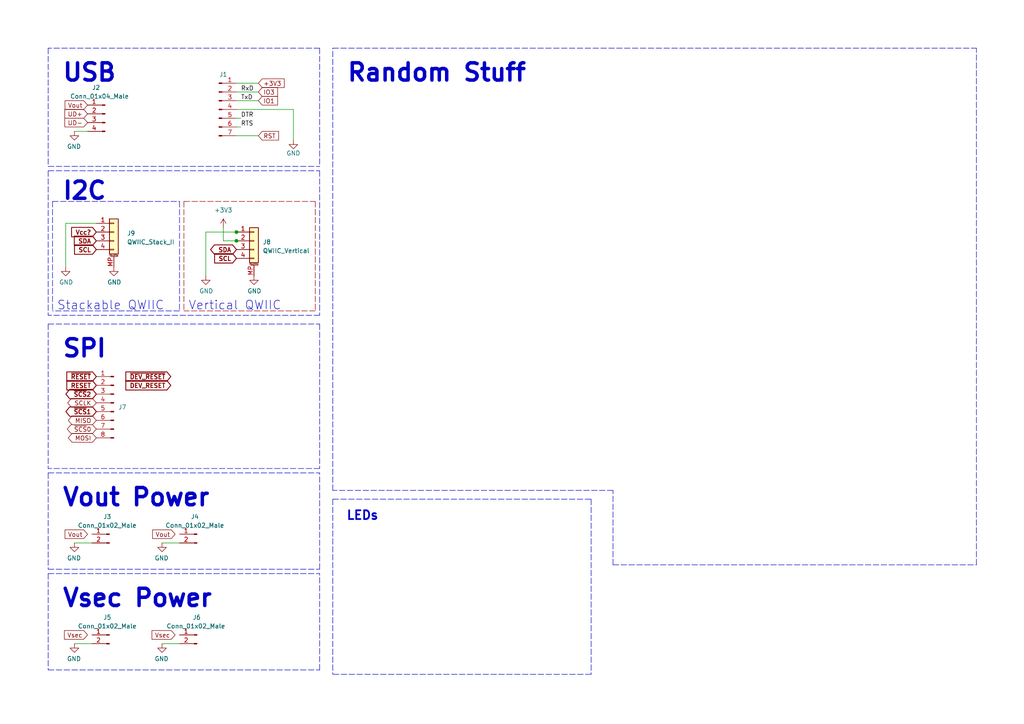
<source format=kicad_sch>
(kicad_sch (version 20211123) (generator eeschema)
  (paper "A4")
  (title_block (title "Prototype Board") (rev "0.2.2") (company "The Nerd Mage"))
  (lib_symbols
    (symbol "Connector:Conn_01x02_Male" (pin_names (offset 1.016) hide)
      (property "Reference" "J" (at 0 2.54 0))
      (property "Value" "Conn_01x02_Male" (at 0 -5.08 0))
      (symbol "Conn_01x02_Male_1_1"
        (polyline (pts (xy 1.27 -2.54) (xy 0.8636 -2.54)) (stroke (width 0.1524)))
        (polyline (pts (xy 1.27 0) (xy 0.8636 0)) (stroke (width 0.1524)))
        (rectangle (start 0.8636 -2.413) (end 0 -2.667) (stroke (width 0.1524)) (fill (type outline)))
        (rectangle (start 0.8636 0.127) (end 0 -0.127) (stroke (width 0.1524)) (fill (type outline)))
        (pin passive line (at 5.08 0 180) (length 3.81) (name "Pin_1") (number "1"))
        (pin passive line (at 5.08 -2.54 180) (length 3.81) (name "Pin_2") (number "2"))
      )
    )
    (symbol "Connector:Conn_01x04_Male" (pin_names (offset 1.016) hide)
      (property "Reference" "J" (at 0 5.08 0))
      (property "Value" "Conn_01x04_Male" (at 0 -7.62 0))
      (symbol "Conn_01x04_Male_1_1"
        (polyline (pts (xy 1.27 -5.08) (xy 0.8636 -5.08)) (stroke (width 0.1524)))
        (polyline (pts (xy 1.27 -2.54) (xy 0.8636 -2.54)) (stroke (width 0.1524)))
        (polyline (pts (xy 1.27 0) (xy 0.8636 0)) (stroke (width 0.1524)))
        (polyline (pts (xy 1.27 2.54) (xy 0.8636 2.54)) (stroke (width 0.1524)))
        (rectangle (start 0.8636 -4.953) (end 0 -5.207) (stroke (width 0.1524)) (fill (type outline)))
        (rectangle (start 0.8636 -2.413) (end 0 -2.667) (stroke (width 0.1524)) (fill (type outline)))
        (rectangle (start 0.8636 0.127) (end 0 -0.127) (stroke (width 0.1524)) (fill (type outline)))
        (rectangle (start 0.8636 2.667) (end 0 2.413) (stroke (width 0.1524)) (fill (type outline)))
        (pin passive line (at 5.08 2.54 180) (length 3.81) (name "Pin_1") (number "1"))
        (pin passive line (at 5.08 0 180) (length 3.81) (name "Pin_2") (number "2"))
        (pin passive line (at 5.08 -2.54 180) (length 3.81) (name "Pin_3") (number "3"))
        (pin passive line (at 5.08 -5.08 180) (length 3.81) (name "Pin_4") (number "4"))
      )
    )
    (symbol "Connector:Conn_01x07_Male" (pin_names (offset 1.016) hide)
      (property "Reference" "J" (at 0 10.16 0))
      (property "Value" "Conn_01x07_Male" (at 0 -10.16 0))
      (symbol "Conn_01x07_Male_1_1"
        (polyline (pts (xy 1.27 -7.62) (xy 0.8636 -7.62)) (stroke (width 0.1524)))
        (polyline (pts (xy 1.27 -5.08) (xy 0.8636 -5.08)) (stroke (width 0.1524)))
        (polyline (pts (xy 1.27 -2.54) (xy 0.8636 -2.54)) (stroke (width 0.1524)))
        (polyline (pts (xy 1.27 0) (xy 0.8636 0)) (stroke (width 0.1524)))
        (polyline (pts (xy 1.27 2.54) (xy 0.8636 2.54)) (stroke (width 0.1524)))
        (polyline (pts (xy 1.27 5.08) (xy 0.8636 5.08)) (stroke (width 0.1524)))
        (polyline (pts (xy 1.27 7.62) (xy 0.8636 7.62)) (stroke (width 0.1524)))
        (rectangle (start 0.8636 -7.493) (end 0 -7.747) (stroke (width 0.1524)) (fill (type outline)))
        (rectangle (start 0.8636 -4.953) (end 0 -5.207) (stroke (width 0.1524)) (fill (type outline)))
        (rectangle (start 0.8636 -2.413) (end 0 -2.667) (stroke (width 0.1524)) (fill (type outline)))
        (rectangle (start 0.8636 0.127) (end 0 -0.127) (stroke (width 0.1524)) (fill (type outline)))
        (rectangle (start 0.8636 2.667) (end 0 2.413) (stroke (width 0.1524)) (fill (type outline)))
        (rectangle (start 0.8636 5.207) (end 0 4.953) (stroke (width 0.1524)) (fill (type outline)))
        (rectangle (start 0.8636 7.747) (end 0 7.493) (stroke (width 0.1524)) (fill (type outline)))
        (pin passive line (at 5.08 7.62 180) (length 3.81) (name "Pin_1") (number "1"))
        (pin passive line (at 5.08 5.08 180) (length 3.81) (name "Pin_2") (number "2"))
        (pin passive line (at 5.08 2.54 180) (length 3.81) (name "Pin_3") (number "3"))
        (pin passive line (at 5.08 0 180) (length 3.81) (name "Pin_4") (number "4"))
        (pin passive line (at 5.08 -2.54 180) (length 3.81) (name "Pin_5") (number "5"))
        (pin passive line (at 5.08 -5.08 180) (length 3.81) (name "Pin_6") (number "6"))
        (pin passive line (at 5.08 -7.62 180) (length 3.81) (name "Pin_7") (number "7"))
      )
    )
    (symbol "Connector:Conn_01x08_Male" (pin_names (offset 1.016) hide)
      (property "Reference" "J" (at 0 10.16 0))
      (property "Value" "Conn_01x08_Male" (at 0 -12.7 0))
      (symbol "Conn_01x08_Male_1_1"
        (polyline (pts (xy 1.27 -10.16) (xy 0.8636 -10.16)) (stroke (width 0.1524)))
        (polyline (pts (xy 1.27 -7.62) (xy 0.8636 -7.62)) (stroke (width 0.1524)))
        (polyline (pts (xy 1.27 -5.08) (xy 0.8636 -5.08)) (stroke (width 0.1524)))
        (polyline (pts (xy 1.27 -2.54) (xy 0.8636 -2.54)) (stroke (width 0.1524)))
        (polyline (pts (xy 1.27 0) (xy 0.8636 0)) (stroke (width 0.1524)))
        (polyline (pts (xy 1.27 2.54) (xy 0.8636 2.54)) (stroke (width 0.1524)))
        (polyline (pts (xy 1.27 5.08) (xy 0.8636 5.08)) (stroke (width 0.1524)))
        (polyline (pts (xy 1.27 7.62) (xy 0.8636 7.62)) (stroke (width 0.1524)))
        (rectangle (start 0.8636 -10.033) (end 0 -10.287) (stroke (width 0.1524)) (fill (type outline)))
        (rectangle (start 0.8636 -7.493) (end 0 -7.747) (stroke (width 0.1524)) (fill (type outline)))
        (rectangle (start 0.8636 -4.953) (end 0 -5.207) (stroke (width 0.1524)) (fill (type outline)))
        (rectangle (start 0.8636 -2.413) (end 0 -2.667) (stroke (width 0.1524)) (fill (type outline)))
        (rectangle (start 0.8636 0.127) (end 0 -0.127) (stroke (width 0.1524)) (fill (type outline)))
        (rectangle (start 0.8636 2.667) (end 0 2.413) (stroke (width 0.1524)) (fill (type outline)))
        (rectangle (start 0.8636 5.207) (end 0 4.953) (stroke (width 0.1524)) (fill (type outline)))
        (rectangle (start 0.8636 7.747) (end 0 7.493) (stroke (width 0.1524)) (fill (type outline)))
        (pin passive line (at 5.08 7.62 180) (length 3.81) (name "Pin_1") (number "1"))
        (pin passive line (at 5.08 5.08 180) (length 3.81) (name "Pin_2") (number "2"))
        (pin passive line (at 5.08 2.54 180) (length 3.81) (name "Pin_3") (number "3"))
        (pin passive line (at 5.08 0 180) (length 3.81) (name "Pin_4") (number "4"))
        (pin passive line (at 5.08 -2.54 180) (length 3.81) (name "Pin_5") (number "5"))
        (pin passive line (at 5.08 -5.08 180) (length 3.81) (name "Pin_6") (number "6"))
        (pin passive line (at 5.08 -7.62 180) (length 3.81) (name "Pin_7") (number "7"))
        (pin passive line (at 5.08 -10.16 180) (length 3.81) (name "Pin_8") (number "8"))
      )
    )
    (symbol "Connector_Generic_MountingPin:Conn_01x04_MountingPin" (pin_names (offset 1.016) hide)
      (property "Reference" "J" (at 0 5.08 0))
      (property "Value" "Conn_01x04_MountingPin" (at 1.27 -7.62 0))
      (symbol "Conn_01x04_MountingPin_1_1"
        (rectangle (start -1.27 -4.953) (end 0 -5.207) (stroke (width 0.1524)))
        (rectangle (start -1.27 -2.413) (end 0 -2.667) (stroke (width 0.1524)))
        (rectangle (start -1.27 0.127) (end 0 -0.127) (stroke (width 0.1524)))
        (rectangle (start -1.27 2.667) (end 0 2.413) (stroke (width 0.1524)))
        (rectangle (start -1.27 3.81) (end 1.27 -6.35) (stroke (width 0.254)) (fill (type background)))
        (polyline (pts (xy -1.016 -7.112) (xy 1.016 -7.112)) (stroke (width 0.1524)))
        (text "Mounting" (at 0 -6.731 0) (effects (font (size 0.381 0.381))))
        (pin passive line (at -5.08 2.54 0) (length 3.81) (name "Pin_1") (number "1"))
        (pin passive line (at -5.08 0 0) (length 3.81) (name "Pin_2") (number "2"))
        (pin passive line (at -5.08 -2.54 0) (length 3.81) (name "Pin_3") (number "3"))
        (pin passive line (at -5.08 -5.08 0) (length 3.81) (name "Pin_4") (number "4"))
        (pin passive line (at 0 -10.16 90) (length 3.048) (name "MountPin") (number "MP"))
      )
    )
    (symbol "Connector_QWIIC_Stackable:QWIIC_Stackable" (pin_names (offset 1.016) hide)
      (property "Reference" "J" (at 0 5.08 0))
      (property "Value" "QWIIC_Stackable" (at 1.27 -7.62 0))
      (symbol "QWIIC_Stackable_1_1"
        (rectangle (start -1.27 -4.953) (end 0 -5.207) (stroke (width 0.1524)))
        (rectangle (start -1.27 -2.413) (end 0 -2.667) (stroke (width 0.1524)))
        (rectangle (start -1.27 0.127) (end 0 -0.127) (stroke (width 0.1524)))
        (rectangle (start -1.27 2.667) (end 0 2.413) (stroke (width 0.1524)))
        (rectangle (start -1.27 3.81) (end 1.27 -6.35) (stroke (width 0.254)) (fill (type background)))
        (polyline (pts (xy -1.016 -7.112) (xy 1.016 -7.112)) (stroke (width 0.1524)))
        (text "Mounting" (at 0 -6.731 0) (effects (font (size 0.381 0.381))))
        (pin passive line (at -5.08 2.54 0) (length 3.81) (name "Pin_1") (number "1"))
        (pin passive line (at -5.08 0 0) (length 3.81) (name "Pin_2") (number "2"))
        (pin passive line (at -5.08 -2.54 0) (length 3.81) (name "Pin_3") (number "3"))
        (pin passive line (at -5.08 -5.08 0) (length 3.81) (name "Pin_4") (number "4"))
        (pin passive line (at 0 -10.16 90) (length 3.048) (name "MountPin") (number "MP"))
      )
    )
    (symbol "power:+3.3V" (power) (pin_names (offset 0))
      (property "Value" "+3.3V" (at 0 3.556 0))
      (symbol "+3.3V_0_1"
        (polyline (pts (xy -0.762 1.27) (xy 0 2.54)))
        (polyline (pts (xy 0 0) (xy 0 2.54)))
        (polyline (pts (xy 0 2.54) (xy 0.762 1.27)))
      )
      (symbol "+3.3V_1_1"
        (pin power_in line (at 0 0 90) (length 0) hide (name "+3V3") (number "1"))
      )
    )
    (symbol "power:GND" (power) (pin_names (offset 0))
      (property "Value" "GND" (at 0 -3.81 0))
      (symbol "GND_0_1"
        (polyline (pts (xy 0 0) (xy 0 -1.27) (xy 1.27 -1.27) (xy 0 -2.54) (xy -1.27 -1.27) (xy 0 -1.27)))
      )
      (symbol "GND_1_1"
        (pin power_in line (at 0 0 270) (length 0) hide (name "GND") (number "1"))
      )
    )
  )
  (junction (at 68.58 69.85))
  (junction (at 68.58 67.31))
  (polyline (pts (xy 15.24 58.42) (xy 15.24 90.17)))
  (polyline (pts (xy 13.97 137.16) (xy 13.97 165.1)))
  (polyline (pts (xy 92.71 13.97) (xy 92.71 48.26)))
  (polyline (pts (xy 92.71 165.1) (xy 92.71 137.16)))
  (polyline (pts (xy -85.09 58.42) (xy -48.26 58.42)))
  (polyline (pts (xy -8.89 58.42) (xy -8.89 90.17)) (stroke (width 0) (color 155 0 0 1)))
  (polyline (pts (xy 96.52 144.78) (xy 171.45 144.78)))
  (polyline (pts (xy 13.97 48.26) (xy 92.71 48.26)))
  (wire (pts (xy 68.58 24.13) (xy 74.93 24.13)))
  (wire (pts (xy 68.58 69.85) (xy 68.5251 69.8684)))
  (polyline (pts (xy 92.71 93.98) (xy 92.71 135.89)))
  (polyline (pts (xy 96.52 144.78) (xy 96.52 195.58)))
  (polyline (pts (xy 91.44 58.42) (xy 91.44 90.17)) (stroke (width 0) (color 155 0 0 1)))
  (polyline (pts (xy 53.34 58.42) (xy 53.34 90.17)) (stroke (width 0) (color 155 0 0 1)))
  (polyline (pts (xy -7.62 135.89) (xy -86.36 135.89)))
  (polyline (pts (xy -48.26 90.17) (xy -85.09 90.17)))
  (polyline (pts (xy -8.89 90.17) (xy -46.99 90.17)) (stroke (width 0) (color 155 0 0 1)))
  (wire (pts (xy 64.77 69.85) (xy 64.77 66.04)))
  (polyline (pts (xy -7.62 13.97) (xy -7.62 48.26)))
  (wire (pts (xy 68.58 29.21) (xy 74.93 29.21)))
  (polyline (pts (xy -86.36 137.16) (xy -86.36 165.1)))
  (polyline (pts (xy 92.71 194.31) (xy 92.71 166.37)))
  (wire (pts (xy 27.94 64.77) (xy 19.05 64.77)))
  (polyline (pts (xy -46.99 58.42) (xy -46.99 90.17)) (stroke (width 0) (color 155 0 0 1)))
  (polyline (pts (xy 13.97 49.53) (xy 13.97 91.44)))
  (polyline (pts (xy 91.44 90.17) (xy 53.34 90.17)) (stroke (width 0) (color 155 0 0 1)))
  (polyline (pts (xy 13.97 137.16) (xy 92.71 137.16)))
  (polyline (pts (xy 92.71 13.97) (xy 13.97 13.97)))
  (polyline (pts (xy 53.34 58.42) (xy 91.44 58.42)) (stroke (width 0) (color 155 0 0 1)))
  (polyline (pts (xy -85.09 58.42) (xy -85.09 90.17)))
  (polyline (pts (xy 13.97 194.31) (xy 92.71 194.31)))
  (polyline (pts (xy 171.45 195.58) (xy 96.52 195.58)))
  (wire (pts (xy 25.4 38.1) (xy 21.59 38.1)))
  (polyline (pts (xy -7.62 165.1) (xy -7.62 137.16)))
  (polyline (pts (xy -7.62 49.53) (xy -7.62 91.44)))
  (polyline (pts (xy 96.52 142.24) (xy 96.52 13.97)))
  (polyline (pts (xy 13.97 166.37) (xy 92.71 166.37)))
  (polyline (pts (xy -86.36 137.16) (xy -7.62 137.16)))
  (polyline (pts (xy 15.24 58.42) (xy 52.07 58.42)))
  (polyline (pts (xy 13.97 165.1) (xy 92.71 165.1)))
  (polyline (pts (xy -7.62 13.97) (xy -86.36 13.97)))
  (polyline (pts (xy -46.99 58.42) (xy -8.89 58.42)) (stroke (width 0) (color 155 0 0 1)))
  (polyline (pts (xy -86.36 13.97) (xy -86.36 48.26)))
  (wire (pts (xy 68.58 39.37) (xy 74.93 39.37)))
  (polyline (pts (xy 96.52 13.97) (xy 283.21 13.97)))
  (polyline (pts (xy 177.8 142.24) (xy 96.52 142.24)))
  (polyline (pts (xy -7.62 194.31) (xy -7.62 166.37)))
  (wire (pts (xy 85.09 31.75) (xy 68.58 31.75)))
  (polyline (pts (xy 13.97 49.53) (xy 92.71 49.53)))
  (wire (pts (xy 46.99 157.48) (xy 52.07 157.48)))
  (wire (pts (xy 68.58 69.85) (xy 64.77 69.85)))
  (polyline (pts (xy -86.36 194.31) (xy -7.62 194.31)))
  (polyline (pts (xy 92.71 49.53) (xy 92.71 91.44)))
  (wire (pts (xy 21.59 157.48) (xy 26.67 157.48)))
  (polyline (pts (xy -86.36 48.26) (xy -7.62 48.26)))
  (wire (pts (xy 68.58 36.83) (xy 69.85 36.83)))
  (polyline (pts (xy 177.8 163.83) (xy 177.8 142.24)))
  (polyline (pts (xy -86.36 49.53) (xy -7.62 49.53)))
  (wire (pts (xy 68.58 26.67) (xy 74.93 26.67)))
  (polyline (pts (xy 13.97 93.98) (xy 13.97 135.89)))
  (wire (pts (xy 68.58 67.31) (xy 68.5251 67.3284)))
  (wire (pts (xy 59.69 67.31) (xy 59.69 80.01)))
  (wire (pts (xy 46.99 186.69) (xy 52.07 186.69)))
  (polyline (pts (xy 52.07 58.42) (xy 52.07 90.17)))
  (polyline (pts (xy -7.62 91.44) (xy -86.36 91.44)))
  (polyline (pts (xy 13.97 13.97) (xy 13.97 48.26)))
  (polyline (pts (xy -86.36 49.53) (xy -86.36 91.44)))
  (polyline (pts (xy 92.71 135.89) (xy 13.97 135.89)))
  (polyline (pts (xy -7.62 93.98) (xy -7.62 135.89)))
  (wire (pts (xy 85.09 40.64) (xy 85.09 31.75)))
  (wire (pts (xy 68.58 67.31) (xy 59.69 67.31)))
  (polyline (pts (xy 177.8 163.83) (xy 283.21 163.83)))
  (polyline (pts (xy 52.07 90.17) (xy 15.24 90.17)))
  (wire (pts (xy 19.05 64.77) (xy 19.05 77.47)))
  (polyline (pts (xy 13.97 166.37) (xy 13.97 194.31)))
  (polyline (pts (xy -86.36 93.98) (xy -7.62 93.98)))
  (polyline (pts (xy -86.36 166.37) (xy -7.62 166.37)))
  (polyline (pts (xy 171.45 144.78) (xy 171.45 195.58)))
  (polyline (pts (xy -86.36 165.1) (xy -7.62 165.1)))
  (polyline (pts (xy -48.26 58.42) (xy -48.26 90.17)))
  (wire (pts (xy 68.58 34.29) (xy 69.85 34.29)))
  (polyline (pts (xy 92.71 91.44) (xy 13.97 91.44)))
  (polyline (pts (xy 283.21 163.83) (xy 283.21 13.97)))
  (polyline (pts (xy 13.97 93.98) (xy 92.71 93.98)))
  (polyline (pts (xy -86.36 166.37) (xy -86.36 194.31)))
  (wire (pts (xy 21.59 186.69) (xy 26.67 186.69)))
  (polyline (pts (xy -86.36 93.98) (xy -86.36 135.89)))
  (text "SPI" (at -82.55 104.14 0) (effects (font (size 5 5) (thickness 1) bold) (justify left bottom)))
  (text "USB" (at 17.78 24.13 0) (effects (font (size 5 5) (thickness 1) bold) (justify left bottom)))
  (text "Vertical QWIIC" (at -45.72 90.17 0) (effects (font (size 2.54 2.54)) (justify left bottom)))
  (text "Vsec Power" (at -82.55 176.53 0) (effects (font (size 5 5) (thickness 1) bold) (justify left bottom)))
  (text "Vsec Power" (at 17.78 176.53 0) (effects (font (size 5 5) (thickness 1) bold) (justify left bottom)))
  (text "Vout Power" (at 17.78 147.32 0) (effects (font (size 5 5) (thickness 1) bold) (justify left bottom)))
  (text "I2C" (at 17.78 58.42 0) (effects (font (size 5 5) (thickness 1) bold) (justify left bottom)))
  (text "Stackable QWIIC" (at 16.51 90.17 0) (effects (font (size 2.54 2.54)) (justify left bottom)))
  (text "Vertical QWIIC" (at 54.61 90.17 0) (effects (font (size 2.54 2.54)) (justify left bottom)))
  (text "Vout Power" (at -82.55 147.32 0) (effects (font (size 5 5) (thickness 1) bold) (justify left bottom)))
  (text "Stackable QWIIC" (at -83.82 90.17 0) (effects (font (size 2.54 2.54)) (justify left bottom)))
  (text "I2C" (at -82.55 58.42 0) (effects (font (size 5 5) (thickness 1) bold) (justify left bottom)))
  (text "Random Stuff" (at 100.33 24.13 0) (effects (font (size 5 5) (thickness 1) bold) (justify left bottom)))
  (text "USB" (at -82.55 24.13 0) (effects (font (size 5 5) (thickness 1) bold) (justify left bottom)))
  (text "SPI" (at 17.78 104.14 0) (effects (font (size 5 5) (thickness 1) bold) (justify left bottom)))
  (text "LEDs" (at 100.33 151.13 180) (effects (font (size 2.54 2.54) (thickness 0.508) bold) (justify left bottom)))
  (label "TxD" (at 69.85 29.21 0))
  (label "DTR" (at 69.85 34.29 0))
  (label "RTS" (at 69.85 36.83 0))
  (label "RxD" (at 69.85 26.67 0))
  (global_label "~{DEV_RESET}" (shape input) (at 49.53 109.22 180) (effects (font (thickness 0.254) bold)) (property "Intersheet References" "${INTERSHEET_REFS}" (effects hide)))
  (global_label "DEV_RESET" (shape input) (at 49.53 111.76 180) (effects (font (thickness 0.254) bold)) (property "Intersheet References" "${INTERSHEET_REFS}" (effects hide)))
  (global_label "Vcc?" (shape input) (at 27.94 67.31 180) (effects (font (thickness 0.254) bold)) (property "Intersheet References" "${INTERSHEET_REFS}" (effects hide)))
  (global_label "Vout" (shape input) (at 25.4 30.48 180) (property "Intersheet References" "${INTERSHEET_REFS}" (effects hide)))
  (global_label "~{SCS}0" (shape bidirectional) (at 27.94 124.46 180) (property "Intersheet References" "${INTERSHEET_REFS}" (effects hide)))
  (global_label "Vout" (shape input) (at 25.4 154.94 180) (property "Intersheet References" "${INTERSHEET_REFS}" (effects hide)))
  (global_label "MOSI" (shape bidirectional) (at 27.94 127 180) (property "Intersheet References" "${INTERSHEET_REFS}" (effects hide)))
  (global_label "IO3" (shape input) (at 74.93 26.67 0) (property "Intersheet References" "${INTERSHEET_REFS}" (effects hide)))
  (global_label "Vout" (shape input) (at 50.8 154.94 180) (property "Intersheet References" "${INTERSHEET_REFS}" (effects hide)))
  (global_label "Vsec" (shape input) (at 25.4 184.15 180) (property "Intersheet References" "${INTERSHEET_REFS}" (effects hide)))
  (global_label "IO1" (shape input) (at 74.93 29.21 0) (property "Intersheet References" "${INTERSHEET_REFS}" (effects hide)))
  (global_label "UD-" (shape input) (at 25.4 35.56 180) (property "Intersheet References" "${INTERSHEET_REFS}" (effects hide)))
  (global_label "~{RESET}" (shape input) (at 27.94 109.22 180) (effects (font (thickness 0.254) bold)) (property "Intersheet References" "${INTERSHEET_REFS}" (effects hide)))
  (global_label "SCLK" (shape bidirectional) (at 27.94 116.84 180) (property "Intersheet References" "${INTERSHEET_REFS}" (effects hide)))
  (global_label "SDA" (shape input) (at 27.94 69.85 180) (effects (font bold)) (property "Intersheet References" "${INTERSHEET_REFS}" (effects hide)))
  (global_label "SDA" (shape bidirectional) (at 68.58 72.39 180) (effects (font bold)) (property "Intersheet References" "${INTERSHEET_REFS}" (effects hide)))
  (global_label "~{SCS}2" (shape bidirectional) (at 27.94 114.3 180) (effects (font (thickness 0.254) bold)) (property "Intersheet References" "${INTERSHEET_REFS}" (effects hide)))
  (global_label "+3V3" (shape input) (at 74.93 24.13 0) (property "Intersheet References" "${INTERSHEET_REFS}" (effects hide)))
  (global_label "~{SCS}1" (shape bidirectional) (at 27.94 119.38 180) (effects (font (thickness 0.254) bold)) (property "Intersheet References" "${INTERSHEET_REFS}" (effects hide)))
  (global_label "SCL" (shape input) (at 68.58 74.93 180) (effects (font (thickness 0.254) bold)) (property "Intersheet References" "${INTERSHEET_REFS}" (effects hide)))
  (global_label "SCL" (shape input) (at 27.94 72.39 180) (effects (font (thickness 0.254) bold)) (property "Intersheet References" "${INTERSHEET_REFS}" (effects hide)))
  (global_label "MISO" (shape bidirectional) (at 27.94 121.92 180) (property "Intersheet References" "${INTERSHEET_REFS}" (effects hide)))
  (global_label "Vsec" (shape input) (at 50.8 184.15 180) (property "Intersheet References" "${INTERSHEET_REFS}" (effects hide)))
  (global_label "RESET" (shape input) (at 27.94 111.76 180) (effects (font (thickness 0.254) bold)) (property "Intersheet References" "${INTERSHEET_REFS}" (effects hide)))
  (global_label "UD+" (shape input) (at 25.4 33.02 180) (property "Intersheet References" "${INTERSHEET_REFS}" (effects hide)))
  (global_label "RST" (shape input) (at 74.93 39.37 0) (property "Intersheet References" "${INTERSHEET_REFS}" (effects hide)))
  (symbol (lib_id "Connector_Generic_MountingPin:Conn_01x04_MountingPin") (at 73.66 69.85 0) (unit 1) (in_bom no) (on_board no)
    (property "Reference" "J8" (at 76.2 70.2055 0) (effects (justify left)))
    (property "Value" "QWIIC_Vertical" (at 76.2 72.7455 0) (effects (justify left)))
    (property "Footprint" "Tinker:QWIIC_Vertical" (effects hide))
    (property "LCSC" "C145961" (effects hide))
  )
  (symbol (lib_id "Connector:Conn_01x02_Male") (at 31.75 154.94 0) (mirror y) (unit 1)
    (property "Reference" "J3" (at 31.115 149.86 0))
    (property "Value" "Conn_01x02_Male" (at 31.115 152.4 0))
    (property "Footprint" "Tinker:Board_Stacker_2" (effects hide))
    (property "LCSC" "C2938400 + C2881511" (effects hide))
  )
  (symbol (lib_id "power:GND") (at 21.59 38.1 0) (mirror y) (unit 1)
    (property "Reference" "#PWR0106" (effects hide))
    (property "Value" "GND" (at 21.463 42.4942 0))
  )
  (symbol (lib_id "Connector:Conn_01x02_Male") (at 57.15 154.94 0) (mirror y) (unit 1)
    (property "Reference" "J4" (at 56.515 149.86 0))
    (property "Value" "Conn_01x02_Male" (at 56.515 152.4 0))
    (property "Footprint" "Tinker:Board_Stacker_2" (effects hide))
    (property "LCSC" "C2938400 + C2881511" (effects hide))
  )
  (symbol (lib_id "power:GND") (at 59.69 80.01 0) (unit 1)
    (property "Reference" "#PWR?" (effects hide))
    (property "Value" "GND" (at 59.817 84.4042 0))
  )
  (symbol (lib_id "power:GND") (at 85.09 40.64 0) (unit 1)
    (property "Reference" "#PWR0103" (effects hide))
    (property "Value" "GND" (at 85.09 44.45 0))
  )
  (symbol (lib_id "power:GND") (at 21.59 157.48 0) (mirror y) (unit 1)
    (property "Reference" "#PWR0104" (effects hide))
    (property "Value" "GND" (at 21.463 161.8742 0))
  )
  (symbol (lib_id "power:GND") (at 46.99 186.69 0) (mirror y) (unit 1)
    (property "Reference" "#PWR0101" (effects hide))
    (property "Value" "GND" (at 46.863 191.0842 0))
  )
  (symbol (lib_id "power:GND") (at 46.99 157.48 0) (mirror y) (unit 1)
    (property "Reference" "#PWR0102" (effects hide))
    (property "Value" "GND" (at 46.863 161.8742 0))
  )
  (symbol (lib_id "power:GND") (at 73.66 80.01 0) (unit 1)
    (property "Reference" "#PWR?" (effects hide))
    (property "Value" "GND" (at 73.787 84.4042 0))
  )
  (symbol (lib_id "power:GND") (at 21.59 186.69 0) (mirror y) (unit 1)
    (property "Reference" "#PWR0120" (effects hide))
    (property "Value" "GND" (at 21.463 191.0842 0))
  )
  (symbol (lib_id "Connector:Conn_01x07_Male") (at 63.5 31.75 0) (unit 1) (in_bom no) (on_board no)
    (property "Reference" "J1" (at 64.77 21.59 0))
    (property "Value" "Conn_01x07_Male" (effects hide))
    (property "Footprint" "Tinker:Board_Stacker_7" (effects hide))
    (property "Note" "Footprint only" (effects hide))
  )
  (symbol (lib_id "Connector_QWIIC_Stackable:QWIIC_Stackable") (at 33.02 67.31 0) (unit 1)
    (property "Reference" "J9" (at 36.83 67.6655 0) (effects (justify left)))
    (property "Value" "QWIIC_Stack_II" (at 36.83 70.2055 0) (effects (justify left)))
    (property "Footprint" "Tinker:QWIIC_Stack_II" (effects hide))
    (property "LCSC" "C145956 + C2938401 + C2881513" (effects hide))
  )
  (symbol (lib_id "power:+3.3V") (at 64.77 66.04 0) (unit 1)
    (property "Reference" "#PWR?" (effects hide))
    (property "Value" "+3.3V" (at 64.77 60.96 0))
  )
  (symbol (lib_id "Connector:Conn_01x02_Male") (at 57.15 184.15 0) (mirror y) (unit 1)
    (property "Reference" "J6" (at 55.88 179.07 0) (effects (justify right)))
    (property "Value" "Conn_01x02_Male" (at 48.26 181.61 0) (effects (justify right)))
    (property "Footprint" "Tinker:Board_Stacker_2" (effects hide))
    (property "LCSC" "C2938400 + C2881511" (effects hide))
  )
  (symbol (lib_id "power:GND") (at 33.02 77.47 0) (unit 1)
    (property "Reference" "#PWR0123" (effects hide))
    (property "Value" "GND" (at 33.147 81.8642 0))
  )
  (symbol (lib_id "Connector:Conn_01x08_Male") (at 33.02 116.84 0) (mirror y) (unit 1)
    (property "Reference" "J7" (at 34.29 118.1099 0) (effects (justify right)))
    (property "Value" "Conn_01x08_Male" (effects hide))
    (property "Footprint" "Tinker:PinHeader_2x04_P1.27mm_Vertical" (effects hide))
    (property "LCSC" "C2881786 + C2684732" (effects hide))
  )
  (symbol (lib_id "Connector:Conn_01x04_Male") (at 30.48 33.02 0) (mirror y) (unit 1)
    (property "Reference" "J2" (at 26.67 25.4 0) (effects (justify right)))
    (property "Value" "Conn_01x04_Male" (at 20.32 27.94 0) (effects (justify right)))
    (property "Footprint" "Tinker:Board_Stacker_4" (effects hide))
    (property "LCSC" "C2938401 + C2881513" (effects hide))
  )
  (symbol (lib_id "power:GND") (at 19.05 77.47 0) (unit 1)
    (property "Reference" "#PWR0124" (effects hide))
    (property "Value" "GND" (at 19.177 81.8642 0))
  )
  (symbol (lib_id "Connector:Conn_01x02_Male") (at 31.75 184.15 0) (mirror y) (unit 1)
    (property "Reference" "J5" (at 31.115 179.07 0))
    (property "Value" "Conn_01x02_Male" (at 31.115 181.61 0))
    (property "Footprint" "Tinker:Board_Stacker_2" (effects hide))
    (property "LCSC" "C2938400 + C2881511" (effects hide))
  )
)
</source>
